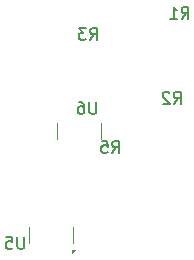
<source format=gbr>
%TF.GenerationSoftware,KiCad,Pcbnew,9.0.0*%
%TF.CreationDate,2025-03-11T18:34:41+03:00*%
%TF.ProjectId,Shield_Emergent_4,53686965-6c64-45f4-956d-657267656e74,rev?*%
%TF.SameCoordinates,Original*%
%TF.FileFunction,Legend,Bot*%
%TF.FilePolarity,Positive*%
%FSLAX46Y46*%
G04 Gerber Fmt 4.6, Leading zero omitted, Abs format (unit mm)*
G04 Created by KiCad (PCBNEW 9.0.0) date 2025-03-11 18:34:41*
%MOMM*%
%LPD*%
G01*
G04 APERTURE LIST*
%ADD10C,0.150000*%
%ADD11C,0.120000*%
G04 APERTURE END LIST*
D10*
X16276666Y-20554819D02*
X16609999Y-20078628D01*
X16848094Y-20554819D02*
X16848094Y-19554819D01*
X16848094Y-19554819D02*
X16467142Y-19554819D01*
X16467142Y-19554819D02*
X16371904Y-19602438D01*
X16371904Y-19602438D02*
X16324285Y-19650057D01*
X16324285Y-19650057D02*
X16276666Y-19745295D01*
X16276666Y-19745295D02*
X16276666Y-19888152D01*
X16276666Y-19888152D02*
X16324285Y-19983390D01*
X16324285Y-19983390D02*
X16371904Y-20031009D01*
X16371904Y-20031009D02*
X16467142Y-20078628D01*
X16467142Y-20078628D02*
X16848094Y-20078628D01*
X15895713Y-19650057D02*
X15848094Y-19602438D01*
X15848094Y-19602438D02*
X15752856Y-19554819D01*
X15752856Y-19554819D02*
X15514761Y-19554819D01*
X15514761Y-19554819D02*
X15419523Y-19602438D01*
X15419523Y-19602438D02*
X15371904Y-19650057D01*
X15371904Y-19650057D02*
X15324285Y-19745295D01*
X15324285Y-19745295D02*
X15324285Y-19840533D01*
X15324285Y-19840533D02*
X15371904Y-19983390D01*
X15371904Y-19983390D02*
X15943332Y-20554819D01*
X15943332Y-20554819D02*
X15324285Y-20554819D01*
X3601904Y-31824819D02*
X3601904Y-32634342D01*
X3601904Y-32634342D02*
X3554285Y-32729580D01*
X3554285Y-32729580D02*
X3506666Y-32777200D01*
X3506666Y-32777200D02*
X3411428Y-32824819D01*
X3411428Y-32824819D02*
X3220952Y-32824819D01*
X3220952Y-32824819D02*
X3125714Y-32777200D01*
X3125714Y-32777200D02*
X3078095Y-32729580D01*
X3078095Y-32729580D02*
X3030476Y-32634342D01*
X3030476Y-32634342D02*
X3030476Y-31824819D01*
X2078095Y-31824819D02*
X2554285Y-31824819D01*
X2554285Y-31824819D02*
X2601904Y-32301009D01*
X2601904Y-32301009D02*
X2554285Y-32253390D01*
X2554285Y-32253390D02*
X2459047Y-32205771D01*
X2459047Y-32205771D02*
X2220952Y-32205771D01*
X2220952Y-32205771D02*
X2125714Y-32253390D01*
X2125714Y-32253390D02*
X2078095Y-32301009D01*
X2078095Y-32301009D02*
X2030476Y-32396247D01*
X2030476Y-32396247D02*
X2030476Y-32634342D01*
X2030476Y-32634342D02*
X2078095Y-32729580D01*
X2078095Y-32729580D02*
X2125714Y-32777200D01*
X2125714Y-32777200D02*
X2220952Y-32824819D01*
X2220952Y-32824819D02*
X2459047Y-32824819D01*
X2459047Y-32824819D02*
X2554285Y-32777200D01*
X2554285Y-32777200D02*
X2601904Y-32729580D01*
X16946666Y-13354819D02*
X17279999Y-12878628D01*
X17518094Y-13354819D02*
X17518094Y-12354819D01*
X17518094Y-12354819D02*
X17137142Y-12354819D01*
X17137142Y-12354819D02*
X17041904Y-12402438D01*
X17041904Y-12402438D02*
X16994285Y-12450057D01*
X16994285Y-12450057D02*
X16946666Y-12545295D01*
X16946666Y-12545295D02*
X16946666Y-12688152D01*
X16946666Y-12688152D02*
X16994285Y-12783390D01*
X16994285Y-12783390D02*
X17041904Y-12831009D01*
X17041904Y-12831009D02*
X17137142Y-12878628D01*
X17137142Y-12878628D02*
X17518094Y-12878628D01*
X15994285Y-13354819D02*
X16565713Y-13354819D01*
X16279999Y-13354819D02*
X16279999Y-12354819D01*
X16279999Y-12354819D02*
X16375237Y-12497676D01*
X16375237Y-12497676D02*
X16470475Y-12592914D01*
X16470475Y-12592914D02*
X16565713Y-12640533D01*
X9186666Y-15154819D02*
X9519999Y-14678628D01*
X9758094Y-15154819D02*
X9758094Y-14154819D01*
X9758094Y-14154819D02*
X9377142Y-14154819D01*
X9377142Y-14154819D02*
X9281904Y-14202438D01*
X9281904Y-14202438D02*
X9234285Y-14250057D01*
X9234285Y-14250057D02*
X9186666Y-14345295D01*
X9186666Y-14345295D02*
X9186666Y-14488152D01*
X9186666Y-14488152D02*
X9234285Y-14583390D01*
X9234285Y-14583390D02*
X9281904Y-14631009D01*
X9281904Y-14631009D02*
X9377142Y-14678628D01*
X9377142Y-14678628D02*
X9758094Y-14678628D01*
X8853332Y-14154819D02*
X8234285Y-14154819D01*
X8234285Y-14154819D02*
X8567618Y-14535771D01*
X8567618Y-14535771D02*
X8424761Y-14535771D01*
X8424761Y-14535771D02*
X8329523Y-14583390D01*
X8329523Y-14583390D02*
X8281904Y-14631009D01*
X8281904Y-14631009D02*
X8234285Y-14726247D01*
X8234285Y-14726247D02*
X8234285Y-14964342D01*
X8234285Y-14964342D02*
X8281904Y-15059580D01*
X8281904Y-15059580D02*
X8329523Y-15107200D01*
X8329523Y-15107200D02*
X8424761Y-15154819D01*
X8424761Y-15154819D02*
X8710475Y-15154819D01*
X8710475Y-15154819D02*
X8805713Y-15107200D01*
X8805713Y-15107200D02*
X8853332Y-15059580D01*
X9701904Y-20404819D02*
X9701904Y-21214342D01*
X9701904Y-21214342D02*
X9654285Y-21309580D01*
X9654285Y-21309580D02*
X9606666Y-21357200D01*
X9606666Y-21357200D02*
X9511428Y-21404819D01*
X9511428Y-21404819D02*
X9320952Y-21404819D01*
X9320952Y-21404819D02*
X9225714Y-21357200D01*
X9225714Y-21357200D02*
X9178095Y-21309580D01*
X9178095Y-21309580D02*
X9130476Y-21214342D01*
X9130476Y-21214342D02*
X9130476Y-20404819D01*
X8225714Y-20404819D02*
X8416190Y-20404819D01*
X8416190Y-20404819D02*
X8511428Y-20452438D01*
X8511428Y-20452438D02*
X8559047Y-20500057D01*
X8559047Y-20500057D02*
X8654285Y-20642914D01*
X8654285Y-20642914D02*
X8701904Y-20833390D01*
X8701904Y-20833390D02*
X8701904Y-21214342D01*
X8701904Y-21214342D02*
X8654285Y-21309580D01*
X8654285Y-21309580D02*
X8606666Y-21357200D01*
X8606666Y-21357200D02*
X8511428Y-21404819D01*
X8511428Y-21404819D02*
X8320952Y-21404819D01*
X8320952Y-21404819D02*
X8225714Y-21357200D01*
X8225714Y-21357200D02*
X8178095Y-21309580D01*
X8178095Y-21309580D02*
X8130476Y-21214342D01*
X8130476Y-21214342D02*
X8130476Y-20976247D01*
X8130476Y-20976247D02*
X8178095Y-20881009D01*
X8178095Y-20881009D02*
X8225714Y-20833390D01*
X8225714Y-20833390D02*
X8320952Y-20785771D01*
X8320952Y-20785771D02*
X8511428Y-20785771D01*
X8511428Y-20785771D02*
X8606666Y-20833390D01*
X8606666Y-20833390D02*
X8654285Y-20881009D01*
X8654285Y-20881009D02*
X8701904Y-20976247D01*
X11066666Y-24704819D02*
X11399999Y-24228628D01*
X11638094Y-24704819D02*
X11638094Y-23704819D01*
X11638094Y-23704819D02*
X11257142Y-23704819D01*
X11257142Y-23704819D02*
X11161904Y-23752438D01*
X11161904Y-23752438D02*
X11114285Y-23800057D01*
X11114285Y-23800057D02*
X11066666Y-23895295D01*
X11066666Y-23895295D02*
X11066666Y-24038152D01*
X11066666Y-24038152D02*
X11114285Y-24133390D01*
X11114285Y-24133390D02*
X11161904Y-24181009D01*
X11161904Y-24181009D02*
X11257142Y-24228628D01*
X11257142Y-24228628D02*
X11638094Y-24228628D01*
X10161904Y-23704819D02*
X10638094Y-23704819D01*
X10638094Y-23704819D02*
X10685713Y-24181009D01*
X10685713Y-24181009D02*
X10638094Y-24133390D01*
X10638094Y-24133390D02*
X10542856Y-24085771D01*
X10542856Y-24085771D02*
X10304761Y-24085771D01*
X10304761Y-24085771D02*
X10209523Y-24133390D01*
X10209523Y-24133390D02*
X10161904Y-24181009D01*
X10161904Y-24181009D02*
X10114285Y-24276247D01*
X10114285Y-24276247D02*
X10114285Y-24514342D01*
X10114285Y-24514342D02*
X10161904Y-24609580D01*
X10161904Y-24609580D02*
X10209523Y-24657200D01*
X10209523Y-24657200D02*
X10304761Y-24704819D01*
X10304761Y-24704819D02*
X10542856Y-24704819D01*
X10542856Y-24704819D02*
X10638094Y-24657200D01*
X10638094Y-24657200D02*
X10685713Y-24609580D01*
D11*
%TO.C,U5*%
X3989999Y-31025000D02*
X3989999Y-32375000D01*
X7710001Y-31025000D02*
X7710001Y-32375000D01*
X7620000Y-33200000D02*
X7620000Y-32920000D01*
X7900000Y-32920000D01*
X7620000Y-33200000D01*
G36*
X7620000Y-33200000D02*
G01*
X7620000Y-32920000D01*
X7900000Y-32920000D01*
X7620000Y-33200000D01*
G37*
%TO.C,U6*%
X6359999Y-22205000D02*
X6359999Y-23555000D01*
X10080001Y-22205000D02*
X10080001Y-23555000D01*
X9990000Y-24380000D02*
X9990000Y-24100000D01*
X10270000Y-24100000D01*
X9990000Y-24380000D01*
G36*
X9990000Y-24380000D02*
G01*
X9990000Y-24100000D01*
X10270000Y-24100000D01*
X9990000Y-24380000D01*
G37*
%TD*%
M02*

</source>
